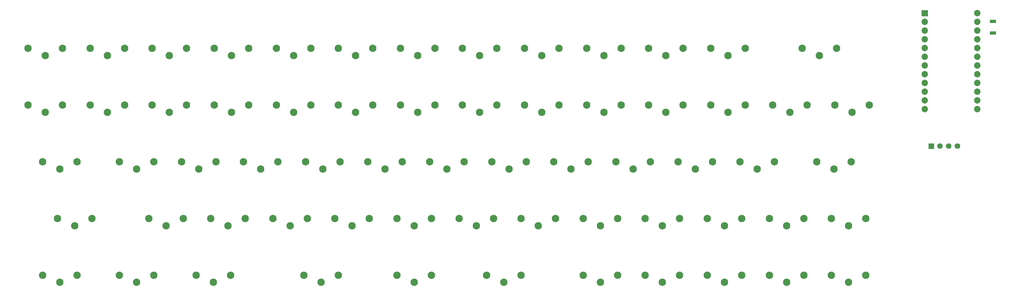
<source format=gts>
G04 Layer: TopSolderMaskLayer*
G04 EasyEDA v6.5.1, 2022-08-03 07:20:24*
G04 1b37d3b93c644ee4b3c1aa7f483211d0,d603b60474844c32a05bd641800ef4e1,10*
G04 Gerber Generator version 0.2*
G04 Scale: 100 percent, Rotated: No, Reflected: No *
G04 Dimensions in millimeters *
G04 leading zeros omitted , absolute positions ,4 integer and 5 decimal *
%FSLAX45Y45*%
%MOMM*%

%ADD24C,2.1336*%
%ADD27C,1.6256*%
%ADD28C,1.8542*%

%LPD*%
D24*
G01*
X19799960Y8509990D03*
G01*
X19299961Y8719972D03*
G01*
X20299959Y8719972D03*
G01*
X3599992Y8509990D03*
G01*
X3099993Y8719972D03*
G01*
X4099991Y8719972D03*
G01*
X5399989Y8509990D03*
G01*
X4899990Y8719972D03*
G01*
X5899988Y8719972D03*
G01*
X7199985Y8509990D03*
G01*
X6699986Y8719972D03*
G01*
X7699984Y8719972D03*
G01*
X8999981Y8509990D03*
G01*
X8499983Y8719972D03*
G01*
X9499981Y8719972D03*
G01*
X12599974Y8509990D03*
G01*
X12099975Y8719972D03*
G01*
X13099973Y8719972D03*
G01*
X14399971Y8509990D03*
G01*
X13899972Y8719972D03*
G01*
X14899970Y8719972D03*
G01*
X16199967Y8509990D03*
G01*
X15699968Y8719972D03*
G01*
X16699966Y8719972D03*
G01*
X17999963Y8509990D03*
G01*
X17499965Y8719972D03*
G01*
X18499963Y8719972D03*
G01*
X22449967Y5209997D03*
G01*
X21949968Y5419979D03*
G01*
X22949966Y5419979D03*
G01*
X17899964Y3559987D03*
G01*
X17399965Y3769969D03*
G01*
X18399963Y3769969D03*
G01*
X21599956Y8509990D03*
G01*
X21099957Y8719972D03*
G01*
X22099955Y8719972D03*
G01*
X19699960Y3559987D03*
G01*
X19199961Y3769969D03*
G01*
X20199959Y3769969D03*
G01*
X21499956Y3559987D03*
G01*
X20999958Y3769969D03*
G01*
X21999956Y3769969D03*
G01*
X20649971Y5209997D03*
G01*
X20149972Y5419979D03*
G01*
X21149970Y5419979D03*
G01*
X4450003Y5209997D03*
G01*
X3949979Y5419979D03*
G01*
X4950002Y5419979D03*
G01*
X6675018Y1910003D03*
G01*
X6175019Y2119985D03*
G01*
X7175017Y2119985D03*
G01*
X17899964Y1910003D03*
G01*
X17399965Y2119985D03*
G01*
X18399963Y2119985D03*
G01*
X12499975Y3559987D03*
G01*
X11999975Y3769969D03*
G01*
X12999974Y3769969D03*
G01*
X24249964Y8509990D03*
G01*
X23749965Y8719972D03*
G01*
X24749963Y8719972D03*
G01*
X8899982Y3559987D03*
G01*
X8399983Y3769969D03*
G01*
X9399981Y3769969D03*
G01*
X2224989Y5209997D03*
G01*
X1724990Y5419979D03*
G01*
X2724988Y5419979D03*
G01*
X2224989Y1910003D03*
G01*
X1724990Y2119985D03*
G01*
X2724988Y2119985D03*
G01*
X19699960Y1910003D03*
G01*
X19199961Y2119985D03*
G01*
X20199959Y2119985D03*
G01*
X8049996Y5209997D03*
G01*
X7549997Y5419979D03*
G01*
X8549995Y5419979D03*
G01*
X23299953Y1910003D03*
G01*
X22799954Y2119985D03*
G01*
X23799952Y2119985D03*
G01*
X7199985Y6859981D03*
G01*
X6699986Y7069962D03*
G01*
X7699984Y7069962D03*
G01*
X24674956Y5209997D03*
G01*
X24174958Y5419979D03*
G01*
X25174956Y5419979D03*
G01*
X1799996Y8509990D03*
G01*
X1299997Y8719972D03*
G01*
X2299995Y8719972D03*
G01*
X9849993Y5209997D03*
G01*
X9349993Y5419979D03*
G01*
X10349991Y5419979D03*
G01*
X12499975Y1910003D03*
G01*
X11999975Y2119985D03*
G01*
X12999974Y2119985D03*
G01*
X11649989Y5209997D03*
G01*
X11149990Y5419979D03*
G01*
X12149988Y5419979D03*
G01*
X13449985Y5209997D03*
G01*
X12949986Y5419979D03*
G01*
X13949984Y5419979D03*
G01*
X16199967Y6859981D03*
G01*
X15699968Y7069962D03*
G01*
X16699966Y7069962D03*
G01*
X15249982Y5209997D03*
G01*
X14749983Y5419979D03*
G01*
X15749981Y5419979D03*
G01*
X17049978Y5209997D03*
G01*
X16549979Y5419979D03*
G01*
X17549977Y5419979D03*
G01*
X18849975Y5209997D03*
G01*
X18349975Y5419979D03*
G01*
X19349974Y5419979D03*
G01*
X21499956Y1910003D03*
G01*
X20999958Y2119985D03*
G01*
X21999956Y2119985D03*
G01*
X16099967Y3559987D03*
G01*
X15599968Y3769969D03*
G01*
X16599966Y3769969D03*
G01*
X14299971Y3559987D03*
G01*
X13799972Y3769969D03*
G01*
X14799970Y3769969D03*
G01*
X17999963Y6859981D03*
G01*
X17499965Y7069962D03*
G01*
X18499963Y7069962D03*
G01*
X19799960Y6859981D03*
G01*
X19299961Y7069962D03*
G01*
X20299959Y7069962D03*
G01*
X3599992Y6859981D03*
G01*
X3099993Y7069962D03*
G01*
X4099991Y7069962D03*
G01*
X8999981Y6859981D03*
G01*
X8499983Y7069962D03*
G01*
X9499981Y7069962D03*
G01*
X25099949Y1910003D03*
G01*
X24599950Y2119985D03*
G01*
X25599948Y2119985D03*
G01*
X6250000Y5209997D03*
G01*
X5750001Y5419979D03*
G01*
X6749999Y5419979D03*
G01*
X2650007Y3559987D03*
G01*
X2149983Y3769969D03*
G01*
X3150006Y3769969D03*
G01*
X25099949Y3559987D03*
G01*
X24599950Y3769969D03*
G01*
X25599948Y3769969D03*
G01*
X9799980Y1910003D03*
G01*
X9299981Y2119985D03*
G01*
X10299979Y2119985D03*
G01*
X15099969Y1910003D03*
G01*
X14599970Y2119985D03*
G01*
X15599968Y2119985D03*
G01*
X10799978Y6859981D03*
G01*
X10299979Y7069962D03*
G01*
X11299977Y7069962D03*
G01*
X1799996Y6859981D03*
G01*
X1299997Y7069962D03*
G01*
X2299995Y7069962D03*
G01*
X14399971Y6859981D03*
G01*
X13899972Y7069962D03*
G01*
X14899970Y7069962D03*
G01*
X23299953Y3559987D03*
G01*
X22799954Y3769969D03*
G01*
X23799952Y3769969D03*
G01*
X10699978Y3559987D03*
G01*
X10199979Y3769969D03*
G01*
X11199977Y3769969D03*
G01*
X5399989Y6859981D03*
G01*
X4899990Y7069962D03*
G01*
X5899988Y7069962D03*
G01*
X4450003Y1910003D03*
G01*
X3949979Y2119985D03*
G01*
X4950002Y2119985D03*
G01*
X7099985Y3559987D03*
G01*
X6599986Y3769969D03*
G01*
X7599984Y3769969D03*
G01*
X5299989Y3559987D03*
G01*
X4799990Y3769969D03*
G01*
X5799988Y3769969D03*
G01*
X12599974Y6859981D03*
G01*
X12099975Y7069962D03*
G01*
X13099973Y7069962D03*
G01*
X25199949Y6859981D03*
G01*
X24699950Y7069962D03*
G01*
X25699948Y7069962D03*
G01*
X21599956Y6859981D03*
G01*
X21099957Y7069962D03*
G01*
X22099955Y7069962D03*
G01*
X23399953Y6859981D03*
G01*
X22899954Y7069962D03*
G01*
X23899952Y7069962D03*
G36*
X29196029Y9459468D02*
G01*
X29196029Y9549637D01*
X29376370Y9549637D01*
X29376370Y9459468D01*
G37*
G36*
X29196029Y9119362D02*
G01*
X29196029Y9209531D01*
X29376370Y9209531D01*
X29376370Y9119362D01*
G37*
G01*
X10799978Y8509990D03*
G01*
X10299979Y8719972D03*
G01*
X11299977Y8719972D03*
G36*
X27415743Y5792723D02*
G01*
X27415743Y5955284D01*
X27578304Y5955284D01*
X27578304Y5792723D01*
G37*
D27*
G01*
X27750998Y5873978D03*
G01*
X28004998Y5873978D03*
G01*
X28258998Y5873978D03*
D28*
G01*
X28829000Y9740900D03*
G01*
X27305000Y6946900D03*
G01*
X28829000Y9486900D03*
G01*
X28829000Y9232900D03*
G01*
X28829000Y8978900D03*
G01*
X28829000Y8724900D03*
G01*
X28829000Y8470900D03*
G01*
X28829000Y8216900D03*
G01*
X28829000Y7962900D03*
G01*
X28829000Y7708900D03*
G01*
X28829000Y7454900D03*
G01*
X28829000Y7200900D03*
G01*
X28829000Y6946900D03*
G01*
X27305000Y7200900D03*
G01*
X27305000Y7454900D03*
G01*
X27305000Y7708900D03*
G01*
X27305000Y7962900D03*
G01*
X27305000Y8216900D03*
G01*
X27305000Y8470900D03*
G01*
X27305000Y8724900D03*
G01*
X27305000Y8978900D03*
G01*
X27305000Y9232900D03*
G01*
X27305000Y9486900D03*
G36*
X27212290Y9648189D02*
G01*
X27212290Y9833610D01*
X27397709Y9833610D01*
X27397709Y9648189D01*
G37*
M02*

</source>
